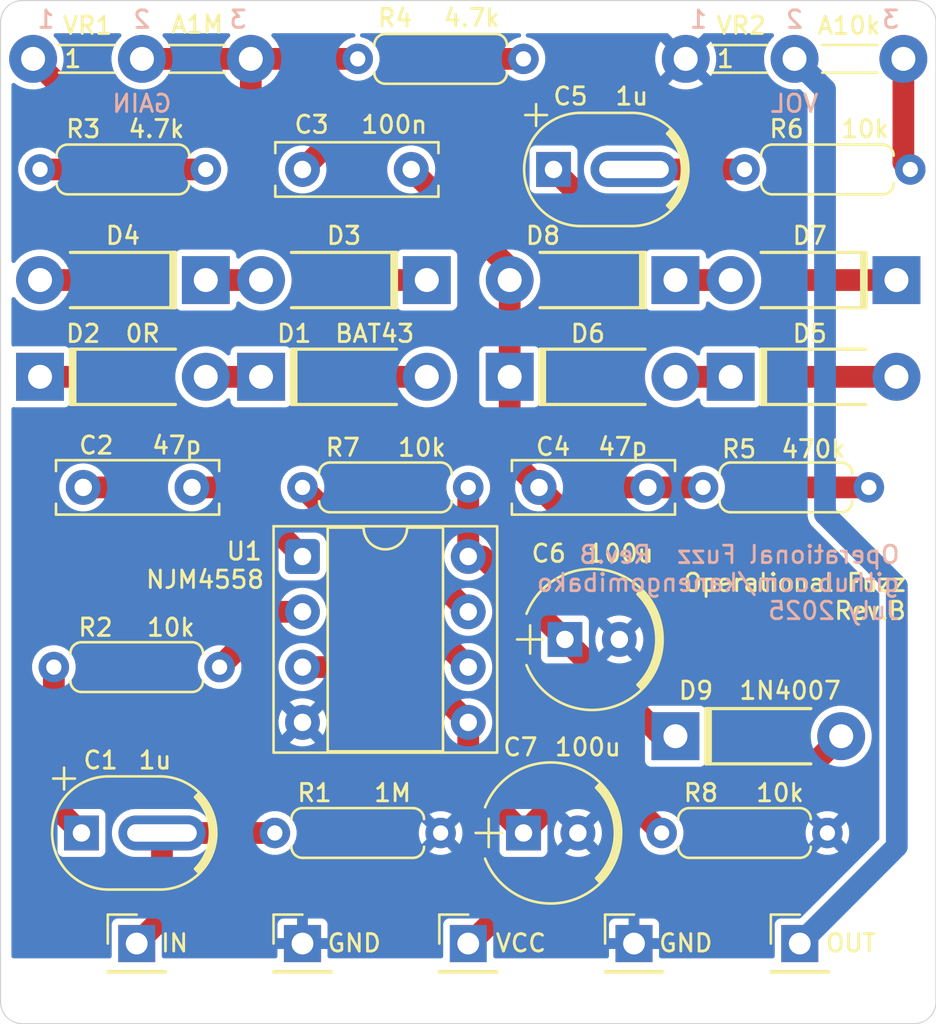
<source format=kicad_pcb>
(kicad_pcb (version 20241229) (generator "pcbnew") (generator_version "9.0")
  (layers (0 "F.Cu" signal) (2 "B.Cu" signal) (13 "F.Paste" user) (15 "B.Paste" user) (5 "F.SilkS" user "F.Silkscreen") (7 "B.SilkS" user "B.Silkscreen") (1 "F.Mask" user) (3 "B.Mask" user) (25 "Edge.Cuts" user))
  (net 0 "")
  (net 1 "Net-(C1-Pad1)")
  (net 2 "Net-(J1-Pin_1)")
  (net 3 "Net-(D1-A)")
  (net 4 "Net-(D1-K)")
  (net 5 "Net-(C3-Pad2)")
  (net 6 "Net-(D2-A)")
  (net 7 "Net-(D6-A)")
  (net 8 "Net-(C5-Pad2)")
  (net 9 "VCC")
  (net 10 "GND")
  (net 11 "Net-(J2-Pin_1)")
  (net 12 "VB")
  (net 13 "Net-(R6-Pad2)")
  (net 14 "Net-(R3-Pad2)")
  (net 15 "Net-(D5-B)")
  (net 16 "Net-(D5-A)")
  (net 17 "Net-(D9-A)")
  (net 18 "Net-(D3-B)")
  (net 19 "Net-(D7-B)")
  (footprint "myFoot:my_R_P7.62mm_Horizontal" (layer "F.Cu") (at -1.27 15.24 180)
    (property "Reference" "R1" (at 4.93 1.84 0) (layer "F.SilkS") (effects (font (size 0.8 0.8) (thickness 0.13)) (justify right)))
    (property "Value" "1M" (at 3.13 1.84 0) (layer "F.SilkS") (effects (font (size 0.8 0.8) (thickness 0.13)) (justify left)))
    (fp_line (start 6.35 1.143) (end 1.27 1.143) (stroke (width 0.12)) (layer "F.SilkS"))
    (fp_line (start 1.27 -1.143) (end 6.35 -1.143) (stroke (width 0.12)) (layer "F.SilkS"))
    (fp_arc (start 6.858 0.635) (mid 6.70921 0.99421) (end 6.35 1.143) (stroke (width 0.12)) (layer "F.SilkS"))
    (fp_arc (start 6.35 -1.143) (mid 6.70921 -0.99421) (end 6.858 -0.635) (stroke (width 0.12)) (layer "F.SilkS"))
    (fp_arc (start 1.27 1.143) (mid 0.91079 0.99421) (end 0.762 0.635) (stroke (width 0.12)) (layer "F.SilkS"))
    (fp_arc (start 0.762 -0.635) (mid 0.91079 -0.99421) (end 1.27 -1.143) (stroke (width 0.12)) (layer "F.SilkS"))
    (pad "1" thru_hole circle (at 0 0 180) (size 1.4 1.4) (drill 0.7) (layers "*.Cu" "*.Mask") (net 10 "GND"))
    (pad "2" thru_hole oval (at 7.62 0 180) (size 1.4 1.4) (drill 0.7) (layers "*.Cu" "*.Mask") (net 2 "Net-(J1-Pin_1)"))
  )
  (footprint "Connector_PinHeader_2.54mm:PinHeader_1x01_P2.54mm_Vertical" (layer "F.Cu") (at -15.24 20.32)
    (property "Reference" "J1" (hide yes))
    (property "Value" "IN" (at 1.74 -0.02 0) (layer "F.SilkS") (effects (font (size 0.8 0.8) (thickness 0.13))))
    (fp_line (start -1.33 -1.33) (end 0 -1.33) (stroke (width 0.12)) (layer "F.SilkS"))
    (fp_line (start -1.33 0) (end -1.33 -1.33) (stroke (width 0.12)) (layer "F.SilkS"))
    (fp_line (start -1.33 1.27) (end -1.33 1.33) (stroke (width 0.12)) (layer "F.SilkS"))
    (fp_line (start -1.33 1.27) (end 1.33 1.27) (stroke (width 0.12)) (layer "F.SilkS"))
    (fp_line (start -1.33 1.33) (end 1.33 1.33) (stroke (width 0.12)) (layer "F.SilkS"))
    (fp_line (start 1.33 1.27) (end 1.33 1.33) (stroke (width 0.12)) (layer "F.SilkS"))
    (pad "1" thru_hole rect (at 0 0) (size 1.7 1.7) (drill 1) (layers "*.Cu" "*.Mask") (net 2 "Net-(J1-Pin_1)"))
  )
  (footprint "myFoot:my_D_P7.62mm" (layer "F.Cu") (at 12.065 -5.715)
    (property "Reference" "D5" (at 3.635 -1.985 0) (layer "F.SilkS") (effects (font (size 0.8 0.8) (thickness 0.13))))
    (property "Value" "x" (hide yes))
    (fp_line (start 1.397 -1.27) (end 1.397 1.27) (stroke (width 0.15)) (layer "F.SilkS"))
    (fp_line (start 1.397 -1.27) (end 6.223 -1.27) (stroke (width 0.15)) (layer "F.SilkS"))
    (fp_line (start 1.5 -1.27) (end 1.5 1.27) (stroke (width 0.15)) (layer "F.SilkS"))
    (fp_line (start 1.6 -1.27) (end 1.6 1.27) (stroke (width 0.15)) (layer "F.SilkS"))
    (fp_line (start 6.223 1.27) (end 1.397 1.27) (stroke (width 0.15)) (layer "F.SilkS"))
    (pad "1" thru_hole rect (at 0 0) (size 2.2 2.2) (drill 1.1) (layers "*.Cu" "*.Mask") (net 16 "Net-(D5-A)"))
    (pad "2" thru_hole oval (at 7.62 0) (size 2.2 2.2) (drill 1.1) (layers "*.Cu" "*.Mask") (net 15 "Net-(D5-B)"))
  )
  (footprint "myFoot:my_C_Rect1_P5.00mm" (layer "F.Cu") (at -17.7 -0.635)
    (property "Reference" "C2" (at 0.6 -1.93 0) (layer "F.SilkS") (effects (font (size 0.8 0.8) (thickness 0.13))))
    (property "Value" "47p" (at 4.3 -1.93 0) (layer "F.SilkS") (effects (font (size 0.8 0.8) (thickness 0.13))))
    (fp_line (start -1.25 -0.75) (end -1.25 -1.25) (stroke (width 0.12)) (layer "F.SilkS"))
    (fp_line (start -1.25 0.75) (end -1.25 1.25) (stroke (width 0.12)) (layer "F.SilkS"))
    (fp_line (start -1.25 1.25) (end 6.25 1.25) (stroke (width 0.12)) (layer "F.SilkS"))
    (fp_line (start 6.25 -1.25) (end -1.25 -1.25) (stroke (width 0.12)) (layer "F.SilkS"))
    (fp_line (start 6.25 -0.75) (end 6.25 -1.25) (stroke (width 0.12)) (layer "F.SilkS"))
    (fp_line (start 6.25 1.25) (end 6.25 0.75) (stroke (width 0.12)) (layer "F.SilkS"))
    (pad "1" thru_hole circle (at 0 0) (size 1.6 1.6) (drill 0.8) (layers "*.Cu" "*.Mask") (net 6 "Net-(D2-A)"))
    (pad "2" thru_hole circle (at 5 0) (size 1.6 1.6) (drill 0.8) (layers "*.Cu" "*.Mask") (net 3 "Net-(D1-A)"))
  )
  (footprint "myFoot:my_C_Rect1_P5.00mm" (layer "F.Cu") (at 8.255 -0.635 180)
    (property "Reference" "C4" (at 4.355 1.865 0) (layer "F.SilkS") (effects (font (size 0.8 0.8) (thickness 0.13))))
    (property "Value" "47p" (at 1.155 1.865 0) (layer "F.SilkS") (effects (font (size 0.8 0.8) (thickness 0.13))))
    (fp_line (start 6.25 1.25) (end 6.25 0.75) (stroke (width 0.12)) (layer "F.SilkS"))
    (fp_line (start 6.25 -0.75) (end 6.25 -1.25) (stroke (width 0.12)) (layer "F.SilkS"))
    (fp_line (start 6.25 -1.25) (end -1.25 -1.25) (stroke (width 0.12)) (layer "F.SilkS"))
    (fp_line (start -1.25 1.25) (end 6.25 1.25) (stroke (width 0.12)) (layer "F.SilkS"))
    (fp_line (start -1.25 0.75) (end -1.25 1.25) (stroke (width 0.12)) (layer "F.SilkS"))
    (fp_line (start -1.25 -0.75) (end -1.25 -1.25) (stroke (width 0.12)) (layer "F.SilkS"))
    (pad "1" thru_hole circle (at 0 0 180) (size 1.6 1.6) (drill 0.8) (layers "*.Cu" "*.Mask") (net 7 "Net-(D6-A)"))
    (pad "2" thru_hole circle (at 5 0 180) (size 1.6 1.6) (drill 0.8) (layers "*.Cu" "*.Mask") (net 15 "Net-(D5-B)"))
  )
  (footprint "Connector_PinHeader_2.54mm:PinHeader_1x01_P2.54mm_Vertical" (layer "F.Cu") (at 7.62 20.32)
    (property "Reference" "J5" (hide yes))
    (property "Value" "GND" (at 2.38 -0.02 0) (layer "F.SilkS") (effects (font (size 0.8 0.8) (thickness 0.13))))
    (fp_line (start -1.33 -1.33) (end 0 -1.33) (stroke (width 0.12)) (layer "F.SilkS"))
    (fp_line (start -1.33 0) (end -1.33 -1.33) (stroke (width 0.12)) (layer "F.SilkS"))
    (fp_line (start -1.33 1.27) (end -1.33 1.33) (stroke (width 0.12)) (layer "F.SilkS"))
    (fp_line (start -1.33 1.27) (end 1.33 1.27) (stroke (width 0.12)) (layer "F.SilkS"))
    (fp_line (start -1.33 1.33) (end 1.33 1.33) (stroke (width 0.12)) (layer "F.SilkS"))
    (fp_line (start 1.33 1.27) (end 1.33 1.33) (stroke (width 0.12)) (layer "F.SilkS"))
    (pad "1" thru_hole rect (at 0 0) (size 1.7 1.7) (drill 1) (layers "*.Cu" "*.Mask") (net 10 "GND"))
  )
  (footprint "myFoot:my_pot_5mm" (layer "F.Cu") (at -15 -20.32)
    (property "Reference" "VR1" (at -2.5 -1.53 0) (layer "F.SilkS") (effects (font (size 0.8 0.8) (thickness 0.13))))
    (property "Value" "A1M" (at 2.54 -1.58 0) (layer "F.SilkS") (effects (font (size 0.8 0.8) (thickness 0.13))))
    (fp_line (start -3.81 -0.635) (end -1.27 -0.635) (stroke (width 0.12)) (layer "F.SilkS"))
    (fp_line (start -3.81 0.635) (end -1.27 0.635) (stroke (width 0.12)) (layer "F.SilkS"))
    (fp_line (start 1.27 -0.635) (end 3.81 -0.635) (stroke (width 0.12)) (layer "F.SilkS"))
    (fp_line (start 1.27 0.635) (end 3.81 0.635) (stroke (width 0.12)) (layer "F.SilkS"))
    (fp_text user "1" (at -3.175 0 0) (layer "F.SilkS") (effects (font (size 0.8 0.8) (thickness 0.13))))
    (pad "1" thru_hole circle (at -5.0038 0) (size 2.2 2.2) (drill 1.1) (layers "*.Cu" "*.Mask") (net 14 "Net-(R3-Pad2)"))
    (pad "2" thru_hole circle (at 0 0) (size 2.2 2.2) (drill 1.1) (layers "*.Cu" "*.Mask") (net 3 "Net-(D1-A)"))
    (pad "3" thru_hole circle (at 5.0038 0) (size 2.2 2.2) (drill 1.1) (layers "*.Cu" "*.Mask") (net 3 "Net-(D1-A)"))
  )
  (footprint "Connector_PinHeader_2.54mm:PinHeader_1x01_P2.54mm_Vertical" (layer "F.Cu") (at 15.24 20.32)
    (property "Reference" "J2" (hide yes))
    (property "Value" "OUT" (at 2.36 -0.02 0) (layer "F.SilkS") (effects (font (size 0.8 0.8) (thickness 0.13))))
    (fp_line (start -1.33 -1.33) (end 0 -1.33) (stroke (width 0.12)) (layer "F.SilkS"))
    (fp_line (start -1.33 0) (end -1.33 -1.33) (stroke (width 0.12)) (layer "F.SilkS"))
    (fp_line (start -1.33 1.27) (end -1.33 1.33) (stroke (width 0.12)) (layer "F.SilkS"))
    (fp_line (start -1.33 1.27) (end 1.33 1.27) (stroke (width 0.12)) (layer "F.SilkS"))
    (fp_line (start -1.33 1.33) (end 1.33 1.33) (stroke (width 0.12)) (layer "F.SilkS"))
    (fp_line (start 1.33 1.27) (end 1.33 1.33) (stroke (width 0.12)) (layer "F.SilkS"))
    (pad "1" thru_hole rect (at 0 0) (size 1.7 1.7) (drill 1) (layers "*.Cu" "*.Mask") (net 11 "Net-(J2-Pin_1)"))
  )
  (footprint "myFoot:my_D_P7.62mm" (layer "F.Cu") (at 9.525 10.795)
    (property "Reference" "D9" (at 0.075 -2.095 0) (layer "F.SilkS") (effects (font (size 0.8 0.8) (thickness 0.13)) (justify left)))
    (property "Value" "1N4007" (at 5.275 -2.095 0) (layer "F.SilkS") (effects (font (size 0.8 0.8) (thickness 0.13))))
    (fp_line (start 1.397 -1.27) (end 1.397 1.27) (stroke (width 0.15)) (layer "F.SilkS"))
    (fp_line (start 1.397 -1.27) (end 6.223 -1.27) (stroke (width 0.15)) (layer "F.SilkS"))
    (fp_line (start 1.5 -1.27) (end 1.5 1.27) (stroke (width 0.15)) (layer "F.SilkS"))
    (fp_line (start 1.6 -1.27) (end 1.6 1.27) (stroke (width 0.15)) (layer "F.SilkS"))
    (fp_line (start 6.223 1.27) (end 1.397 1.27) (stroke (width 0.15)) (layer "F.SilkS"))
    (pad "1" thru_hole rect (at 0 0) (size 2.2 2.2) (drill 1.1) (layers "*.Cu" "*.Mask") (net 9 "VCC"))
    (pad "2" thru_hole oval (at 7.62 0) (size 2.2 2.2) (drill 1.1) (layers "*.Cu" "*.Mask") (net 17 "Net-(D9-A)"))
  )
  (footprint "myFoot:my_R_P7.62mm_Horizontal" (layer "F.Cu") (at 16.51 15.24 180)
    (property "Reference" "R8" (at 4.95 1.84 0) (layer "F.SilkS") (effects (font (size 0.8 0.8) (thickness 0.13)) (justify right)))
    (property "Value" "10k" (at 3.35 1.84 0) (layer "F.SilkS") (effects (font (size 0.8 0.8) (thickness 0.13)) (justify left)))
    (fp_line (start 6.35 1.143) (end 1.27 1.143) (stroke (width 0.12)) (layer "F.SilkS"))
    (fp_line (start 1.27 -1.143) (end 6.35 -1.143) (stroke (width 0.12)) (layer "F.SilkS"))
    (fp_arc (start 6.858 0.635) (mid 6.70921 0.99421) (end 6.35 1.143) (stroke (width 0.12)) (layer "F.SilkS"))
    (fp_arc (start 6.35 -1.143) (mid 6.70921 -0.99421) (end 6.858 -0.635) (stroke (width 0.12)) (layer "F.SilkS"))
    (fp_arc (start 1.27 1.143) (mid 0.91079 0.99421) (end 0.762 0.635) (stroke (width 0.12)) (layer "F.SilkS"))
    (fp_arc (start 0.762 -0.635) (mid 0.91079 -0.99421) (end 1.27 -1.143) (stroke (width 0.12)) (layer "F.SilkS"))
    (pad "1" thru_hole circle (at 0 0 180) (size 1.4 1.4) (drill 0.7) (layers "*.Cu" "*.Mask") (net 10 "GND"))
    (pad "2" thru_hole oval (at 7.62 0 180) (size 1.4 1.4) (drill 0.7) (layers "*.Cu" "*.Mask") (net 12 "VB"))
  )
  (footprint "myFoot:my_C_D5.0mm_P2.50mm" (layer "F.Cu") (at -17.78 15.24)
    (property "Reference" "C1" (at 0.88 -3.34 0) (layer "F.SilkS") (effects (font (size 0.8 0.8) (thickness 0.13))))
    (property "Value" "1u" (at 3.38 -3.34 0) (layer "F.SilkS") (effects (font (size 0.8 0.8) (thickness 0.13))))
    (fp_line (start -1.3 -2.5) (end -0.3 -2.5) (stroke (width 0.12)) (layer "F.SilkS"))
    (fp_line (start -0.8 -3) (end -0.8 -2) (stroke (width 0.12)) (layer "F.SilkS"))
    (fp_line (start 1.25 -2.6) (end 3.6 -2.6) (stroke (width 0.12)) (layer "F.SilkS"))
    (fp_line (start 3.6 2.6) (end 1.25 2.6) (stroke (width 0.12)) (layer "F.SilkS"))
    (fp_arc (start 1.25 2.6) (mid -1.35 0) (end 1.25 -2.6) (stroke (width 0.12)) (layer "F.SilkS"))
    (fp_arc (start 3.6 -2.6) (mid 6.2 0) (end 3.6 2.6) (stroke (width 0.12)) (layer "F.SilkS"))
    (fp_arc (start 5.236528 -1.651) (mid 5.920395 0) (end 5.236528 1.651) (stroke (width 0.15)) (layer "F.SilkS"))
    (fp_arc (start 5.300028 -1.7145) (mid 6.010197 0) (end 5.300028 1.7145) (stroke (width 0.15)) (layer "F.SilkS"))
    (fp_arc (start 5.363528 -1.778) (mid 6.1 0) (end 5.363528 1.778) (stroke (width 0.15)) (layer "F.SilkS"))
    (pad "1" thru_hole rect (at 0 0) (size 1.6 1.6) (drill 0.8) (layers "*.Cu" "*.Mask") (net 1 "Net-(C1-Pad1)"))
    (pad "2" thru_hole oval (at 3.7 0) (size 4 1.6) (drill oval 3.2 0.8) (layers "*.Cu" "*.Mask") (net 2 "Net-(J1-Pin_1)"))
  )
  (footprint "myFoot:my_D_P7.62mm" (layer "F.Cu") (at 9.525 -10.16 180)
    (property "Reference" "D8" (at 6.09 2.04 0) (layer "F.SilkS") (effects (font (size 0.8 0.8) (thickness 0.13))))
    (property "Value" "x" (hide yes))
    (fp_line (start 6.223 1.27) (end 1.397 1.27) (stroke (width 0.15)) (layer "F.SilkS"))
    (fp_line (start 1.6 -1.27) (end 1.6 1.27) (stroke (width 0.15)) (layer "F.SilkS"))
    (fp_line (start 1.5 -1.27) (end 1.5 1.27) (stroke (width 0.15)) (layer "F.SilkS"))
    (fp_line (start 1.397 -1.27) (end 6.223 -1.27) (stroke (width 0.15)) (layer "F.SilkS"))
    (fp_line (start 1.397 -1.27) (end 1.397 1.27) (stroke (width 0.15)) (layer "F.SilkS"))
    (pad "1" thru_hole rect (at 0 0 180) (size 2.2 2.2) (drill 1.1) (layers "*.Cu" "*.Mask") (net 19 "Net-(D7-B)"))
    (pad "2" thru_hole oval (at 7.62 0 180) (size 2.2 2.2) (drill 1.1) (layers "*.Cu" "*.Mask") (net 7 "Net-(D6-A)"))
  )
  (footprint "myFoot:my_D_P7.62mm" (layer "F.Cu") (at 1.905 -5.715)
    (property "Reference" "D6" (at 3.595 -1.985 0) (layer "F.SilkS") (effects (font (size 0.8 0.8) (thickness 0.13))))
    (property "Value" "x" (hide yes))
    (fp_line (start 1.397 -1.27) (end 1.397 1.27) (stroke (width 0.15)) (layer "F.SilkS"))
    (fp_line (start 1.397 -1.27) (end 6.223 -1.27) (stroke (width 0.15)) (layer "F.SilkS"))
    (fp_line (start 1.5 -1.27) (end 1.5 1.27) (stroke (width 0.15)) (layer "F.SilkS"))
    (fp_line (start 1.6 -1.27) (end 1.6 1.27) (stroke (width 0.15)) (layer "F.SilkS"))
    (fp_line (start 6.223 1.27) (end 1.397 1.27) (stroke (width 0.15)) (layer "F.SilkS"))
    (pad "1" thru_hole rect (at 0 0) (size 2.2 2.2) (drill 1.1) (layers "*.Cu" "*.Mask") (net 7 "Net-(D6-A)"))
    (pad "2" thru_hole oval (at 7.62 0) (size 2.2 2.2) (drill 1.1) (layers "*.Cu" "*.Mask") (net 16 "Net-(D5-A)"))
  )
  (footprint "myFoot:my_C_D6.3mm_P2.50mm" (layer "F.Cu") (at 2.54 15.24)
    (property "Reference" "C7" (at -0.14 -3.94 0) (layer "F.SilkS") (effects (font (size 0.8 0.8) (thickness 0.13))))
    (property "Value" "100u" (at 2.96 -3.94 0) (layer "F.SilkS") (effects (font (size 0.8 0.8) (thickness 0.13))))
    (fp_line (start -2.2 0) (end -1 0) (stroke (width 0.12)) (layer "F.SilkS"))
    (fp_line (start -1.6 -0.65) (end -1.6 0.65) (stroke (width 0.12)) (layer "F.SilkS"))
    (fp_arc (start -1.767482 -1.18) (mid 1.250464 -3.24) (end 4.26782 -1.179135) (stroke (width 0.12)) (layer "F.SilkS"))
    (fp_arc (start 3.3528 -2.0828) (mid 4.215524 0) (end 3.3528 2.0828) (stroke (width 0.15)) (layer "F.SilkS"))
    (fp_arc (start 3.4036 -2.1336) (mid 4.287366 0) (end 3.4036 2.1336) (stroke (width 0.15)) (layer "F.SilkS"))
    (fp_arc (start 3.4544 -2.1844) (mid 4.359208 0) (end 3.4544 2.1844) (stroke (width 0.15)) (layer "F.SilkS"))
    (fp_arc (start 3.5052 -2.2352) (mid 4.43105 0) (end 3.5052 2.2352) (stroke (width 0.15)) (layer "F.SilkS"))
    (fp_arc (start 4.267482 -1.18) (mid 4.49 -0.000464) (end 4.26782 1.179135) (stroke (width 0.12)) (layer "F.SilkS"))
    (fp_arc (start 4.26782 1.179135) (mid 1.250464 3.239999) (end -1.767482 1.18) (stroke (width 0.12)) (layer "F.SilkS"))
    (pad "1" thru_hole rect (at 0 0) (size 1.6 1.6) (drill 0.8) (layers "*.Cu" "*.Mask") (net 12 "VB"))
    (pad "2" thru_hole circle (at 2.5 0) (size 1.6 1.6) (drill 0.8) (layers "*.Cu" "*.Mask") (net 10 "GND"))
  )
  (footprint "Connector_PinHeader_2.54mm:PinHeader_1x01_P2.54mm_Vertical" (layer "F.Cu") (at 0 20.32)
    (property "Reference" "J3" (hide yes))
    (property "Value" "VCC" (at 2.42 -0.02 0) (layer "F.SilkS") (effects (font (size 0.8 0.8) (thickness 0.13))))
    (fp_line (start -1.33 -1.33) (end 0 -1.33) (stroke (width 0.12)) (layer "F.SilkS"))
    (fp_line (start -1.33 0) (end -1.33 -1.33) (stroke (width 0.12)) (layer "F.SilkS"))
    (fp_line (start -1.33 1.27) (end -1.33 1.33) (stroke (width 0.12)) (layer "F.SilkS"))
    (fp_line (start -1.33 1.27) (end 1.33 1.27) (stroke (width 0.12)) (layer "F.SilkS"))
    (fp_line (start -1.33 1.33) (end 1.33 1.33) (stroke (width 0.12)) (layer "F.SilkS"))
    (fp_line (start 1.33 1.27) (end 1.33 1.33) (stroke (width 0.12)) (layer "F.SilkS"))
    (pad "1" thru_hole rect (at 0 0) (size 1.7 1.7) (drill 1) (layers "*.Cu" "*.Mask") (net 17 "Net-(D9-A)"))
  )
  (footprint "myFoot:my_D_P7.62mm" (layer "F.Cu") (at -12.065 -10.16 180)
    (property "Reference" "D4" (at 3.81 2.04 0) (layer "F.SilkS") (effects (font (size 0.8 0.8) (thickness 0.13))))
    (property "Value" "x" (hide yes))
    (fp_line (start 6.223 1.27) (end 1.397 1.27) (stroke (width 0.15)) (layer "F.SilkS"))
    (fp_line (start 1.6 -1.27) (end 1.6 1.27) (stroke (width 0.15)) (layer "F.SilkS"))
    (fp_line (start 1.5 -1.27) (end 1.5 1.27) (stroke (width 0.15)) (layer "F.SilkS"))
    (fp_line (start 1.397 -1.27) (end 6.223 -1.27) (stroke (width 0.15)) (layer "F.SilkS"))
    (fp_line (start 1.397 -1.27) (end 1.397 1.27) (stroke (width 0.15)) (layer "F.SilkS"))
    (pad "1" thru_hole rect (at 0 0 180) (size 2.2 2.2) (drill 1.1) (layers "*.Cu" "*.Mask") (net 18 "Net-(D3-B)"))
    (pad "2" thru_hole oval (at 7.62 0 180) (size 2.2 2.2) (drill 1.1) (layers "*.Cu" "*.Mask") (net 6 "Net-(D2-A)"))
  )
  (footprint "myFoot:my_R_P7.62mm_Horizontal" (layer "F.Cu") (at -19.05 7.62)
    (property "Reference" "R2" (at 1.05 -1.82 0) (layer "F.SilkS") (effects (font (size 0.8 0.8) (thickness 0.13)) (justify left)))
    (property "Value" "10k" (at 6.55 -1.82 0) (layer "F.SilkS") (effects (font (size 0.8 0.8) (thickness 0.13)) (justify right)))
    (fp_line (start 1.27 -1.143) (end 6.35 -1.143) (stroke (width 0.12)) (layer "F.SilkS"))
    (fp_line (start 6.35 1.143) (end 1.27 1.143) (stroke (width 0.12)) (layer "F.SilkS"))
    (fp_arc (start 0.762 -0.635) (mid 0.91079 -0.99421) (end 1.27 -1.143) (stroke (width 0.12)) (layer "F.SilkS"))
    (fp_arc (start 1.27 1.143) (mid 0.91079 0.99421) (end 0.762 0.635) (stroke (width 0.12)) (layer "F.SilkS"))
    (fp_arc (start 6.35 -1.143) (mid 6.70921 -0.99421) (end 6.858 -0.635) (stroke (width 0.12)) (layer "F.SilkS"))
    (fp_arc (start 6.858 0.635) (mid 6.70921 0.99421) (end 6.35 1.143) (stroke (width 0.12)) (layer "F.SilkS"))
    (pad "1" thru_hole circle (at 0 0) (size 1.4 1.4) (drill 0.7) (layers "*.Cu" "*.Mask") (net 1 "Net-(C1-Pad1)"))
    (pad "2" thru_hole oval (at 7.62 0) (size 1.4 1.4) (drill 0.7) (layers "*.Cu" "*.Mask") (net 6 "Net-(D2-A)"))
  )
  (footprint "myFoot:my_pot_5mm" (layer "F.Cu") (at 15 -20.32)
    (property "Reference" "VR2" (at -2.45 -1.53 0) (layer "F.SilkS") (effects (font (size 0.8 0.8) (thickness 0.13))))
    (property "Value" "A10k" (at 2.5 -1.53 0) (layer "F.SilkS") (effects (font (size 0.8 0.8) (thickness 0.13))))
    (fp_line (start -3.81 -0.635) (end -1.27 -0.635) (stroke (width 0.12)) (layer "F.SilkS"))
    (fp_line (start -3.81 0.635) (end -1.27 0.635) (stroke (width 0.12)) (layer "F.SilkS"))
    (fp_line (start 1.27 -0.635) (end 3.81 -0.635) (stroke (width 0.12)) (layer "F.SilkS"))
    (fp_line (start 1.27 0.635) (end 3.81 0.635) (stroke (width 0.12)) (layer "F.SilkS"))
    (fp_text user "1" (at -3.175 0 0) (layer "F.SilkS") (effects (font (size 0.8 0.8) (thickness 0.13))))
    (pad "1" thru_hole circle (at -5.0038 0) (size 2.2 2.2) (drill 1.1) (layers "*.Cu" "*.Mask") (net 10 "GND"))
    (pad "2" thru_hole circle (at 0 0) (size 2.2 2.2) (drill 1.1) (layers "*.Cu" "*.Mask") (net 11 "Net-(J2-Pin_1)"))
    (pad "3" thru_hole circle (at 5.0038 0) (size 2.2 2.2) (drill 1.1) (layers "*.Cu" "*.Mask") (net 13 "Net-(R6-Pad2)"))
  )
  (footprint "myFoot:my_R_P7.62mm_Horizontal" (layer "F.Cu") (at -19.685 -15.24)
    (property "Reference" "R3" (at 1.12 -1.86 0) (layer "F.SilkS") (effects (font (size 0.8 0.8) (thickness 0.13)) (justify left)))
    (property "Value" "4.7k" (at 6.70921 -1.86 0) (layer "F.SilkS") (effects (font (size 0.8 0.8) (thickness 0.13)) (justify right)))
    (fp_line (start 1.27 -1.143) (end 6.35 -1.143) (stroke (width 0.12)) (layer "F.SilkS"))
    (fp_line (start 6.35 1.143) (end 1.27 1.143) (stroke (width 0.12)) (layer "F.SilkS"))
    (fp_arc (start 0.762 -0.635) (mid 0.91079 -0.99421) (end 1.27 -1.143) (stroke (width 0.12)) (layer "F.SilkS"))
    (fp_arc (start 1.27 1.143) (mid 0.91079 0.99421) (end 0.762 0.635) (stroke (width 0.12)) (layer "F.SilkS"))
    (fp_arc (start 6.35 -1.143) (mid 6.70921 -0.99421) (end 6.858 -0.635) (stroke (width 0.12)) (layer "F.SilkS"))
    (fp_arc (start 6.858 0.635) (mid 6.70921 0.99421) (end 6.35 1.143) (stroke (width 0.12)) (layer "F.SilkS"))
    (pad "1" thru_hole circle (at 0 0) (size 1.4 1.4) (drill 0.7) (layers "*.Cu" "*.Mask") (net 6 "Net-(D2-A)"))
    (pad "2" thru_hole oval (at 7.62 0) (size 1.4 1.4) (drill 0.7) (layers "*.Cu" "*.Mask") (net 14 "Net-(R3-Pad2)"))
  )
  (footprint "myFoot:my_C_D6.3mm_P2.50mm" (layer "F.Cu") (at 4.445 6.35)
    (property "Reference" "C6" (at -0.745 -3.95 0) (layer "F.SilkS") (effects (font (size 0.8 0.8) (thickness 0.13))))
    (property "Value" "100u" (at 2.555 -3.95 0) (layer "F.SilkS") (effects (font (size 0.8 0.8) (thickness 0.13))))
    (fp_line (start -2.2 0) (end -1 0) (stroke (width 0.12)) (layer "F.SilkS"))
    (fp_line (start -1.6 -0.65) (end -1.6 0.65) (stroke (width 0.12)) (layer "F.SilkS"))
    (fp_arc (start -1.767482 -1.18) (mid 1.250464 -3.24) (end 4.26782 -1.179135) (stroke (width 0.12)) (layer "F.SilkS"))
    (fp_arc (start 3.3528 -2.0828) (mid 4.215524 0) (end 3.3528 2.0828) (stroke (width 0.15)) (layer "F.SilkS"))
    (fp_arc (start 3.4036 -2.1336) (mid 4.287366 0) (end 3.4036 2.1336) (stroke (width 0.15)) (layer "F.SilkS"))
    (fp_arc (start 3.4544 -2.1844) (mid 4.359208 0) (end 3.4544 2.1844) (stroke (width 0.15)) (layer "F.SilkS"))
    (fp_arc (start 3.5052 -2.2352) (mid 4.43105 0) (end 3.5052 2.2352) (stroke (width 0.15)) (layer "F.SilkS"))
    (fp_arc (start 4.267482 -1.18) (mid 4.49 -0.000464) (end 4.26782 1.179135) (stroke (width 0.12)) (layer "F.SilkS"))
    (fp_arc (start 4.26782 1.179135) (mid 1.250464 3.239999) (end -1.767482 1.18) (stroke (width 0.12)) (layer "F.SilkS"))
    (pad "1" thru_hole rect (at 0 0) (size 1.6 1.6) (drill 0.8) (layers "*.Cu" "*.Mask") (net 9 "VCC"))
    (pad "2" thru_hole circle (at 2.5 0) (size 1.6 1.6) (drill 0.8) (layers "*.Cu" "*.Mask") (net 10 "GND"))
  )
  (footprint "myFoot:my_R_P7.62mm_Horizontal" (layer "F.Cu") (at 12.7 -15.24)
    (property "Reference" "R6" (at 2.8 -1.86 0) (layer "F.SilkS") (effects (font (size 0.8 0.8) (thickness 0.13)) (justify right)))
    (property "Value" "10k" (at 6.70921 -1.86 0) (layer "F.SilkS") (effects (font (size 0.8 0.8) (thickness 0.13)) (justify right)))
    (fp_line (start 1.27 -1.143) (end 6.35 -1.143) (stroke (width 0.12)) (layer "F.SilkS"))
    (fp_line (start 6.35 1.143) (end 1.27 1.143) (stroke (width 0.12)) (layer "F.SilkS"))
    (fp_arc (start 0.762 -0.635) (mid 0.91079 -0.99421) (end 1.27 -1.143) (stroke (width 0.12)) (layer "F.SilkS"))
    (fp_arc (start 1.27 1.143) (mid 0.91079 0.99421) (end 0.762 0.635) (stroke (width 0.12)) (layer "F.SilkS"))
    (fp_arc (start 6.35 -1.143) (mid 6.70921 -0.99421) (end 6.858 -0.635) (stroke (width 0.12)) (layer "F.SilkS"))
    (fp_arc (start 6.858 0.635) (mid 6.70921 0.99421) (end 6.35 1.143) (stroke (width 0.12)) (layer "F.SilkS"))
    (pad "1" thru_hole circle (at 0 0) (size 1.4 1.4) (drill 0.7) (layers "*.Cu" "*.Mask") (net 8 "Net-(C5-Pad2)"))
    (pad "2" thru_hole oval (at 7.62 0) (size 1.4 1.4) (drill 0.7) (layers "*.Cu" "*.Mask") (net 13 "Net-(R6-Pad2)"))
  )
  (footprint "myFoot:my_D_P7.62mm" (layer "F.Cu") (at -1.905 -10.16 180)
    (property "Reference" "D3" (at 3.81 2.04 0) (layer "F.SilkS") (effects (font (size 0.8 0.8) (thickness 0.13))))
    (property "Value" "x" (hide yes))
    (fp_line (start 6.223 1.27) (end 1.397 1.27) (stroke (width 0.15)) (layer "F.SilkS"))
    (fp_line (start 1.6 -1.27) (end 1.6 1.27) (stroke (width 0.15)) (layer "F.SilkS"))
    (fp_line (start 1.5 -1.27) (end 1.5 1.27) (stroke (width 0.15)) (layer "F.SilkS"))
    (fp_line (start 1.397 -1.27) (end 6.223 -1.27) (stroke (width 0.15)) (layer "F.SilkS"))
    (fp_line (start 1.397 -1.27) (end 1.397 1.27) (stroke (width 0.15)) (layer "F.SilkS"))
    (pad "1" thru_hole rect (at 0 0 180) (size 2.2 2.2) (drill 1.1) (layers "*.Cu" "*.Mask") (net 3 "Net-(D1-A)"))
    (pad "2" thru_hole oval (at 7.62 0 180) (size 2.2 2.2) (drill 1.1) (layers "*.Cu" "*.Mask") (net 18 "Net-(D3-B)"))
  )
  (footprint "myFoot:my_C_D5.0mm_P2.50mm" (layer "F.Cu") (at 3.92 -15.24)
    (property "Reference" "C5" (at 0.78 -3.36 0) (layer "F.SilkS") (effects (font (size 0.8 0.8) (thickness 0.13))))
    (property "Value" "1u" (at 3.6 -3.36 0) (layer "F.SilkS") (effects (font (size 0.8 0.8) (thickness 0.13))))
    (fp_line (start -1.3 -2.5) (end -0.3 -2.5) (stroke (width 0.12)) (layer "F.SilkS"))
    (fp_line (start -0.8 -3) (end -0.8 -2) (stroke (width 0.12)) (layer "F.SilkS"))
    (fp_line (start 1.25 -2.6) (end 3.6 -2.6) (stroke (width 0.12)) (layer "F.SilkS"))
    (fp_line (start 3.6 2.6) (end 1.25 2.6) (stroke (width 0.12)) (layer "F.SilkS"))
    (fp_arc (start 1.25 2.6) (mid -1.35 0) (end 1.25 -2.6) (stroke (width 0.12)) (layer "F.SilkS"))
    (fp_arc (start 3.6 -2.6) (mid 6.2 0) (end 3.6 2.6) (stroke (width 0.12)) (layer "F.SilkS"))
    (fp_arc (start 5.236528 -1.651) (mid 5.920395 0) (end 5.236528 1.651) (stroke (width 0.15)) (layer "F.SilkS"))
    (fp_arc (start 5.300028 -1.7145) (mid 6.010197 0) (end 5.300028 1.7145) (stroke (width 0.15)) (layer "F.SilkS"))
    (fp_arc (start 5.363528 -1.778) (mid 6.1 0) (end 5.363528 1.778) (stroke (width 0.15)) (layer "F.SilkS"))
    (pad "1" thru_hole rect (at 0 0) (size 1.6 1.6) (drill 0.8) (layers "*.Cu" "*.Mask") (net 15 "Net-(D5-B)"))
    (pad "2" thru_hole oval (at 3.7 0) (size 4 1.6) (drill oval 3.2 0.8) (layers "*.Cu" "*.Mask") (net 8 "Net-(C5-Pad2)"))
  )
  (footprint "myFoot:my_R_P7.62mm_Horizontal" (layer "F.Cu") (at 0 -0.635 180)
    (property "Reference" "R7" (at 4.9 1.83 0) (layer "F.SilkS") (effects (font (size 0.8 0.8) (thickness 0.13)) (justify right)))
    (property "Value" "10k" (at 3.3 1.83 0) (layer "F.SilkS") (effects (font (size 0.8 0.8) (thickness 0.13)) (justify left)))
    (fp_line (start 6.35 1.143) (end 1.27 1.143) (stroke (width 0.12)) (layer "F.SilkS"))
    (fp_line (start 1.27 -1.143) (end 6.35 -1.143) (stroke (width 0.12)) (layer "F.SilkS"))
    (fp_arc (start 6.858 0.635) (mid 6.70921 0.99421) (end 6.35 1.143) (stroke (width 0.12)) (layer "F.SilkS"))
    (fp_arc (start 6.35 -1.143) (mid 6.70921 -0.99421) (end 6.858 -0.635) (stroke (width 0.12)) (layer "F.SilkS"))
    (fp_arc (start 1.27 1.143) (mid 0.91079 0.99421) (end 0.762 0.635) (stroke (width 0.12)) (layer "F.SilkS"))
    (fp_arc (start 0.762 -0.635) (mid 0.91079 -0.99421) (end 1.27 -1.143) (stroke (width 0.12)) (layer "F.SilkS"))
    (pad "1" thru_hole circle (at 0 0 180) (size 1.4 1.4) (drill 0.7) (layers "*.Cu" "*.Mask") (net 9 "VCC"))
    (pad "2" thru_hole oval (at 7.62 0 180) (size 1.4 1.4) (drill 0.7) (layers "*.Cu" "*.Mask") (net 12 "VB"))
  )
  (footprint "myFoot:my_D_P7.62mm" (layer "F.Cu") (at -19.685 -5.715)
    (property "Reference" "D2" (at 1.985 -1.985 0) (layer "F.SilkS") (effects (font (size 0.8 0.8) (thickness 0.13))))
    (property "Value" "0R" (at 4.72 -1.985 0) (layer "F.SilkS") (effects (font (size 0.8 0.8) (thickness 0.13))))
    (fp_line (start 1.397 -1.27) (end 1.397 1.27) (stroke (width 0.15)) (layer "F.SilkS"))
    (fp_line (start 1.397 -1.27) (end 6.223 -1.27) (stroke (width 0.15)) (layer "F.SilkS"))
    (fp_line (start 1.5 -1.27) (end 1.5 1.27) (stroke (width 0.15)) (layer "F.SilkS"))
    (fp_line (start 1.6 -1.27) (end 1.6 1.27) (stroke (width 0.15)) (layer "F.SilkS"))
    (fp_line (start 6.223 1.27) (end 1.397 1.27) (stroke (width 0.15)) (layer "F.SilkS"))
    (pad "1" thru_hole rect (at 0 0) (size 2.2 2.2) (drill 1.1) (layers "*.Cu" "*.Mask") (net 6 "Net-(D2-A)"))
    (pad "2" thru_hole oval (at 7.62 0) (size 2.2 2.2) (drill 1.1) (layers "*.Cu" "*.Mask") (net 4 "Net-(D1-K)"))
  )
  (footprint "myFoot:my_R_P7.62mm_Horizontal" (layer "F.Cu") (at 18.415 -0.635 180)
    (property "Reference" "R5" (at 5.1 1.76 0) (layer "F.SilkS") (effects (font (size 0.8 0.8) (thickness 0.13)) (justify right)))
    (property "Value" "470k" (at 4.1 1.76 0) (layer "F.SilkS") (effects (font (size 0.8 0.8) (thickness 0.13)) (justify left)))
    (fp_line (start 6.35 1.143) (end 1.27 1.143) (stroke (width 0.12)) (layer "F.SilkS"))
    (fp_line (start 1.27 -1.143) (end 6.35 -1.143) (stroke (width 0.12)) (layer "F.SilkS"))
    (fp_arc (start 6.858 0.635) (mid 6.70921 0.99421) (end 6.35 1.143) (stroke (width 0.12)) (layer "F.SilkS"))
    (fp_arc (start 6.35 -1.143) (mid 6.70921 -0.99421) (end 6.858 -0.635) (stroke (width 0.12)) (layer "F.SilkS"))
    (fp_arc (start 1.27 1.143) (mid 0.91079 0.99421) (end 0.762 0.635) (stroke (width 0.12)) (layer "F.SilkS"))
    (fp_arc (start 0.762 -0.635) (mid 0.91079 -0.99421) (end 1.27 -1.143) (stroke (width 0.12)) (layer "F.SilkS"))
    (pad "1" thru_hole circle (at 0 0 180) (size 1.4 1.4) (drill 0.7) (layers "*.Cu" "*.Mask") (net 15 "Net-(D5-B)"))
    (pad "2" thru_hole oval (at 7.62 0 180) (size 1.4 1.4) (drill 0.7) (layers "*.Cu" "*.Mask") (net 7 "Net-(D6-A)"))
  )
  (footprint "myFoot:my_D_P7.62mm" (layer "F.Cu") (at -9.525 -5.715)
    (property "Reference" "D1" (at 1.525 -1.985 0) (layer "F.SilkS") (effects (font (size 0.8 0.8) (thickness 0.13))))
    (property "Value" "BAT43" (at 5.225 -1.985 0) (layer "F.SilkS") (effects (font (size 0.8 0.8) (thickness 0.13))))
    (fp_line (start 1.397 -1.27) (end 1.397 1.27) (stroke (width 0.15)) (layer "F.SilkS"))
    (fp_line (start 1.397 -1.27) (end 6.223 -1.27) (stroke (width 0.15)) (layer "F.SilkS"))
    (fp_line (start 1.5 -1.27) (end 1.5 1.27) (stroke (width 0.15)) (layer "F.SilkS"))
    (fp_line (start 1.6 -1.27) (end 1.6 1.27) (stroke (width 0.15)) (layer "F.SilkS"))
    (fp_line (start 6.223 1.27) (end 1.397 1.27) (stroke (width 0.15)) (layer "F.SilkS"))
    (pad "1" thru_hole rect (at 0 0) (size 2.2 2.2) (drill 1.1) (layers "*.Cu" "*.Mask") (net 4 "Net-(D1-K)"))
    (pad "2" thru_hole oval (at 7.62 0) (size 2.2 2.2) (drill 1.1) (layers "*.Cu" "*.Mask") (net 3 "Net-(D1-A)"))
  )
  (footprint "myFoot:my_R_P7.62mm_Horizontal" (layer "F.Cu") (at 2.54 -20.32 180)
    (property "Reference" "R4" (at 5.04 1.88 0) (layer "F.SilkS") (effects (font (size 0.8 0.8) (thickness 0.13)) (justify right)))
    (property "Value" "4.7k" (at 3.74 1.88 0) (layer "F.SilkS") (effects (font (size 0.8 0.8) (thickness 0.13)) (justify left)))
    (fp_line (start 6.35 1.143) (end 1.27 1.143) (stroke (width 0.12)) (layer "F.SilkS"))
    (fp_line (start 1.27 -1.143) (end 6.35 -1.143) (stroke (width 0.12)) (layer "F.SilkS"))
    (fp_arc (start 6.858 0.635) (mid 6.70921 0.99421) (end 6.35 1.143) (stroke (width 0.12)) (layer "F.SilkS"))
    (fp_arc (start 6.35 -1.143) (mid 6.70921 -0.99421) (end 6.858 -0.635) (stroke (width 0.12)) (layer "F.SilkS"))
    (fp_arc (start 1.27 1.143) (mid 0.91079 0.99421) (end 0.762 0.635) (stroke (width 0.12)) (layer "F.SilkS"))
    (fp_arc (start 0.762 -0.635) (mid 0.91079 -0.99421) (end 1.27 -1.143) (stroke (width 0.12)) (layer "F.SilkS"))
    (pad "1" thru_hole circle (at 0 0 180) (size 1.4 1.4) (drill 0.7) (layers "*.Cu" "*.Mask") (net 5 "Net-(C3-Pad2)"))
    (pad "2" thru_hole oval (at 7.62 0 180) (size 1.4 1.4) (drill 0.7) (layers "*.Cu" "*.Mask") (net 3 "Net-(D1-A)"))
  )
  (footprint "Package_DIP:DIP-8_W7.62mm_Socket" (layer "F.Cu") (at -7.62 2.54)
    (property "Reference" "U1" (at -2.68 -0.24 0) (layer "F.SilkS") (effects (font (size 0.8 0.8) (thickness 0.13))))
    (property "Value" "NJM4558" (at -4.48 1.06 0) (layer "F.SilkS") (effects (font (size 0.8 0.8) (thickness 0.13))))
    (fp_line (start 1.16 -1.33) (end 1.16 8.95) (stroke (width 0.12)) (layer "F.SilkS"))
    (fp_line (start 1.16 8.95) (end 6.46 8.95) (stroke (width 0.12)) (layer "F.SilkS"))
    (fp_line (start 2.81 -1.33) (end 1.16 -1.33) (stroke (width 0.12)) (layer "F.SilkS"))
    (fp_line (start 6.46 -1.33) (end 4.81 -1.33) (stroke (width 0.12)) (layer "F.SilkS"))
    (fp_line (start 6.46 8.95) (end 6.46 -1.33) (stroke (width 0.12)) (layer "F.SilkS"))
    (fp_rect (start -1.33 -1.39) (end 8.95 9.01) (stroke (width 0.12)) (fill no) (layer "F.SilkS"))
    (fp_arc (start 4.81 -1.33) (mid 3.81 -0.33) (end 2.81 -1.33) (stroke (width 0.12)) (layer "F.SilkS"))
    (pad "1" thru_hole roundrect (at 0 0) (size 1.6 1.6) (drill 0.8) (layers "*.Cu" "*.Mask") (roundrect_rratio 0.15625) (net 3 "Net-(D1-A)"))
    (pad "2" thru_hole circle (at 0 2.54) (size 1.6 1.6) (drill 0.8) (layers "*.Cu" "*.Mask") (net 6 "Net-(D2-A)"))
    (pad "3" thru_hole circle (at 0 5.08) (size 1.6 1.6) (drill 0.8) (layers "*.Cu" "*.Mask") (net 12 "VB"))
    (pad "4" thru_hole circle (at 0 7.62) (size 1.6 1.6) (drill 0.8) (layers "*.Cu" "*.Mask") (net 10 "GND"))
    (pad "5" thru_hole circle (at 7.62 7.62) (size 1.6 1.6) (drill 0.8) (layers "*.Cu" "*.Mask") (net 12 "VB"))
    (pad "6" thru_hole circle (at 7.62 5.08) (size 1.6 1.6) (drill 0.8) (layers "*.Cu" "*.Mask") (net 7 "Net-(D6-A)"))
    (pad "7" thru_hole circle (at 7.62 2.54) (size 1.6 1.6) (drill 0.8) (layers "*.Cu" "*.Mask") (net 15 "Net-(D5-B)"))
    (pad "8" thru_hole circle (at 7.62 0) (size 1.6 1.6) (drill 0.8) (layers "*.Cu" "*.Mask") (net 9 "VCC"))
  )
  (footprint "myFoot:my_C_Rect1_P5.00mm" (layer "F.Cu") (at -2.62 -15.24 180)
    (property "Reference" "C3" (at 4.58 2.06 0) (layer "F.SilkS") (effects (font (size 0.8 0.8) (thickness 0.13))))
    (property "Value" "100n" (at 0.78 2.06 0) (layer "F.SilkS") (effects (font (size 0.8 0.8) (thickness 0.13))))
    (fp_line (start 6.25 1.25) (end 6.25 0.75) (stroke (width 0.12)) (layer "F.SilkS"))
    (fp_line (start 6.25 -0.75) (end 6.25 -1.25) (stroke (width 0.12)) (layer "F.SilkS"))
    (fp_line (start 6.25 -1.25) (end -1.25 -1.25) (stroke (width 0.12)) (layer "F.SilkS"))
    (fp_line (start -1.25 1.25) (end 6.25 1.25) (stroke (width 0.12)) (layer "F.SilkS"))
    (fp_line (start -1.25 0.75) (end -1.25 1.25) (stroke (width 0.12)) (layer "F.SilkS"))
    (fp_line (start -1.25 -0.75) (end -1.25 -1.25) (stroke (width 0.12)) (layer "F.SilkS"))
    (pad "1" thru_hole circle (at 0 0 180) (size 1.6 1.6) (drill 0.8) (layers "*.Cu" "*.Mask") (net 7 "Net-(D6-A)"))
    (pad "2" thru_hole circle (at 5 0 180) (size 1.6 1.6) (drill 0.8) (layers "*.Cu" "*.Mask") (net 5 "Net-(C3-Pad2)"))
  )
  (footprint "myFoot:my_D_P7.62mm" (layer "F.Cu") (at 19.685 -10.16 180)
    (property "Reference" "D7" (at 3.985 2.04 0) (layer "F.SilkS") (effects (font (size 0.8 0.8) (thickness 0.13))))
    (property "Value" "x" (hide yes))
    (fp_line (start 6.223 1.27) (end 1.397 1.27) (stroke (width 0.15)) (layer "F.SilkS"))
    (fp_line (start 1.6 -1.27) (end 1.6 1.27) (stroke (width 0.15)) (layer "F.SilkS"))
    (fp_line (start 1.5 -1.27) (end 1.5 1.27) (stroke (width 0.15)) (layer "F.SilkS"))
    (fp_line (start 1.397 -1.27) (end 6.223 -1.27) (stroke (width 0.15)) (layer "F.SilkS"))
    (fp_line (start 1.397 -1.27) (end 1.397 1.27) (stroke (width 0.15)) (layer "F.SilkS"))
    (pad "1" thru_hole rect (at 0 0 180) (size 2.2 2.2) (drill 1.1) (layers "*.Cu" "*.Mask") (net 15 "Net-(D5-B)"))
    (pad "2" thru_hole oval (at 7.62 0 180) (size 2.2 2.2) (drill 1.1) (layers "*.Cu" "*.Mask") (net 19 "Net-(D7-B)"))
  )
  (footprint "Connector_PinHeader_2.54mm:PinHeader_1x01_P2.54mm_Vertical" (layer "F.Cu") (at -7.62 20.32)
    (property "Reference" "J4" (hide yes))
    (property "Value" "GND" (at 2.38 -0.02 0) (layer "F.SilkS") (effects (font (size 0.8 0.8) (thickness 0.13))))
    (fp_line (start -1.33 -1.33) (end 0 -1.33) (stroke (width 0.12)) (layer "F.SilkS"))
    (fp_line (start -1.33 0) (end -1.33 -1.33) (stroke (width 0.12)) (layer "F.SilkS"))
    (fp_line (start -1.33 1.27) (end -1.33 1.33) (stroke (width 0.12)) (layer "F.SilkS"))
    (fp_line (start -1.33 1.27) (end 1.33 1.27) (stroke (width 0.12)) (layer "F.SilkS"))
    (fp_line (start -1.33 1.33) (end 1.33 1.33) (stroke (width 0.12)) (layer "F.SilkS"))
    (fp_line (start 1.33 1.27) (end 1.33 1.33) (stroke (width 0.12)) (layer "F.SilkS"))
    (pad "1" thru_hole rect (at 0 0) (size 1.7 1.7) (drill 1) (layers "*.Cu" "*.Mask") (net 10 "GND"))
  )
  (gr_line (start 21.5 -22) (end 21.5 -15) (stroke (width 0.05)) (layer "Edge.Cuts"))
  (gr_line (start 20.5 24) (end -20.5 24) (stroke (width 0.05)) (layer "Edge.Cuts"))
  (gr_line (start -21.499999 -22) (end -21.499999 -15) (stroke (width 0.05)) (layer "Edge.Cuts"))
  (gr_line (start -20.5 -23) (end 20.5 -23) (stroke (width 0.05)) (layer "Edge.Cuts"))
  (gr_line (start 21.5 -15) (end 21.5 23) (stroke (width 0.05)) (layer "Edge.Cuts"))
  (gr_arc (start -21.5 -22) (mid -21.207107 -22.707107) (end -20.5 -23) (stroke (width 0.05)) (layer "Edge.Cuts"))
  (gr_line (start -21.5 23.000001) (end -21.5 -15) (stroke (width 0.05)) (layer "Edge.Cuts"))
  (gr_arc (start -20.5 24) (mid -21.207107 23.707107) (end -21.5 23) (stroke (width 0.05)) (layer "Edge.Cuts"))
  (gr_arc (start 21.5 23) (mid 21.207107 23.707107) (end 20.5 24) (stroke (width 0.05)) (layer "Edge.Cuts"))
  (gr_arc (start 20.5 -23) (mid 21.207107 -22.707107) (end 21.5 -22) (stroke (width 0.05)) (layer "Edge.Cuts"))
  (gr_text "Operational Fuzz\nRev.B" (at 20.2 5.5 0) (layer "F.SilkS") (effects (font (size 0.8 0.8) (thickness 0.13)) (justify right bottom)))
  (gr_text "3      2      1\n\n\nVOL" (at 15 -17.8 0) (layer "B.SilkS") (effects (font (size 0.8 0.8) (thickness 0.13)) (justify bottom mirror)))
  (gr_text "Operational Fuzz  Rev.B\ngithub.com/kanengomibako\nJuly 2025" (at 19.9 5.5 0) (layer "B.SilkS") (effects (font (size 0.8 0.8) (thickness 0.13)) (justify left bottom mirror)))
  (gr_text "3      2      1\n\n\nGAIN" (at -15 -17.8 0) (layer "B.SilkS") (effects (font (size 0.8 0.8) (thickness 0.13)) (justify bottom mirror)))
  (segment (start -19.05 13.97) (end -17.78 15.24) (width 1) (layer "F.Cu") (net 1))
  (segment (start -19.05 7.62) (end -19.05 13.97) (width 1) (layer "F.Cu") (net 1))
  (segment (start -14.08 15.24) (end -8.89 15.24) (width 1) (layer "F.Cu") (net 2))
  (segment (start -14.08 15.24) (end -14.08 19.16) (width 1) (layer "F.Cu") (net 2))
  (segment (start -14.08 19.16) (end -15.24 20.32) (width 1) (layer "F.Cu") (net 2))
  (segment (start -9.9962 -20.32) (end -5.08 -20.32) (width 1) (layer "F.Cu") (net 3))
  (segment (start -9.5 0.66) (end -7.62 2.54) (width 1) (layer "F.Cu") (net 3))
  (segment (start -7.1 -4.2) (end -9.5 -1.8) (width 1) (layer "F.Cu") (net 3))
  (segment (start -7.085 -5.715) (end -7.1 -5.7) (width 1) (layer "F.Cu") (net 3))
  (segment (start -9.5 -1.8) (end -9.5 -0.5) (width 1) (layer "F.Cu") (net 3))
  (segment (start -1.905 -10.16) (end -7.06 -10.16) (width 1) (layer "F.Cu") (net 3))
  (segment (start -9.9962 -20.32) (end -9.9962 -14.0962) (width 1) (layer "F.Cu") (net 3))
  (segment (start -7.1 -5.7) (end -7.1 -4.2) (width 1) (layer "F.Cu") (net 3))
  (segment (start -15 -20.32) (end -9.9962 -20.32) (width 1) (layer "F.Cu") (net 3))
  (segment (start -9.635 -0.635) (end -9.5 -0.5) (width 1) (layer "F.Cu") (net 3))
  (segment (start -12.7 -0.635) (end -9.635 -0.635) (width 1) (layer "F.Cu") (net 3))
  (segment (start -1.905 -5.715) (end -7.085 -5.715) (width 1) (layer "F.Cu") (net 3))
  (segment (start -9.9962 -14.0962) (end -7.1 -11.2) (width 1) (layer "F.Cu") (net 3))
  (segment (start -9.5 -0.5) (end -9.5 0.66) (width 1) (layer "F.Cu") (net 3))
  (segment (start -7.1 -10.2) (end -7.1 -5.7) (width 1) (layer "F.Cu") (net 3))
  (segment (start -7.06 -10.16) (end -7.1 -10.2) (width 1) (layer "F.Cu") (net 3))
  (segment (start -7.1 -11.2) (end -7.1 -10.2) (width 1) (layer "F.Cu") (net 3))
  (segment (start -12.065 -5.715) (end -9.525 -5.715) (width 1) (layer "F.Cu") (net 4))
  (segment (start -7.62 -15.24) (end -2.54 -20.32) (width 1) (layer "F.Cu") (net 5))
  (segment (start -2.54 -20.32) (end 2.54 -20.32) (width 1) (layer "F.Cu") (net 5))
  (segment (start -14.4 0.2) (end -9.52 5.08) (width 1) (layer "F.Cu") (net 6))
  (segment (start -11.43 7.62) (end -9.52 5.71) (width 1) (layer "F.Cu") (net 6))
  (segment (start -9.52 5.08) (end -7.62 5.08) (width 1) (layer "F.Cu") (net 6))
  (segment (start -9.52 5.71) (end -9.52 5.08) (width 1) (layer "F.Cu") (net 6))
  (segment (start -14.4 -5.7) (end -14.4 -1.1) (width 1) (layer "F.Cu") (net 6))
  (segment (start -14.865 -0.635) (end -14.4 -1.1) (width 1) (layer "F.Cu") (net 6))
  (segment (start -19.685 -5.715) (end -14.415 -5.715) (width 1) (layer "F.Cu") (net 6))
  (segment (start -14.56 -10.16) (end -14.4 -10) (width 1) (layer "F.Cu") (net 6))
  (segment (start -17.7 -0.635) (end -14.865 -0.635) (width 1) (layer "F.Cu") (net 6))
  (segment (start -14.4 -11.7) (end -14.4 -10) (width 1) (layer "F.Cu") (net 6))
  (segment (start -19.685 -10.16) (end -14.56 -10.16) (width 1) (layer "F.Cu") (net 6))
  (segment (start -17.94 -15.24) (end -14.4 -11.7) (width 1) (layer "F.Cu") (net 6))
  (segment (start -14.4 -10) (end -14.4 -5.7) (width 1) (layer "F.Cu") (net 6))
  (segment (start -14.4 -1.1) (end -14.4 0.2) (width 1) (layer "F.Cu") (net 6))
  (segment (start -19.685 -15.24) (end -17.94 -15.24) (width 1) (layer "F.Cu") (net 6))
  (segment (start -14.415 -5.715) (end -14.4 -5.7) (width 1) (layer "F.Cu") (net 6))
  (segment (start 1.8 -3.8) (end -1.2 -3.8) (width 1) (layer "F.Cu") (net 7))
  (segment (start 10.795 -0.635) (end 8.255 -0.635) (width 1) (layer "F.Cu") (net 7))
  (segment (start 8.255 -0.635) (end 6.465 -0.635) (width 1) (layer "F.Cu") (net 7))
  (segment (start -1.2 -3.8) (end -3.2 -1.8) (width 1) (layer "F.Cu") (net 7))
  (segment (start 1.905 -5.715) (end 1.905 -3.905) (width 1) (layer "F.Cu") (net 7))
  (segment (start 6.465 -0.635) (end 3.3 -3.8) (width 1) (layer "F.Cu") (net 7))
  (segment (start 1.905 -10.715) (end -2.62 -15.24) (width 1) (layer "F.Cu") (net 7))
  (segment (start 1.905 -3.905) (end 1.8 -3.8) (width 1) (layer "F.Cu") (net 7))
  (segment (start 1.905 -10.16) (end 1.905 -10.715) (width 1) (layer "F.Cu") (net 7))
  (segment (start -3.2 -1.8) (end -3.2 4.42) (width 1) (layer "F.Cu") (net 7))
  (segment (start -3.2 4.42) (end 0 7.62) (width 1) (layer "F.Cu") (net 7))
  (segment (start 3.3 -3.8) (end 1.8 -3.8) (width 1) (layer "F.Cu") (net 7))
  (segment (start 1.905 -10.16) (end 1.905 -5.715) (width 1) (layer "F.Cu") (net 7))
  (segment (start 7.62 -15.24) (end 12.7 -15.24) (width 1) (layer "F.Cu") (net 8))
  (segment (start 0.635 2.54) (end 4.445 6.35) (width 1) (layer "F.Cu") (net 9))
  (segment (start 9.525 10.795) (end 8.89 10.795) (width 1) (layer "F.Cu") (net 9))
  (segment (start 0 -0.635) (end 0 2.54) (width 1) (layer "F.Cu") (net 9))
  (segment (start 0 2.54) (end 0.635 2.54) (width 1) (layer "F.Cu") (net 9))
  (segment (start 8.89 10.795) (end 4.445 6.35) (width 1) (layer "F.Cu") (net 9))
  (segment (start 16.4 0.6) (end 19.7 3.9) (width 1) (layer "B.Cu") (net 11))
  (segment (start 19.7 3.9) (end 19.7 15.86) (width 1) (layer "B.Cu") (net 11))
  (segment (start 19.7 15.86) (end 15.24 20.32) (width 1) (layer "B.Cu") (net 11))
  (segment (start 16.4 -18.92) (end 16.4 0.6) (width 1) (layer "B.Cu") (net 11))
  (segment (start 15 -20.32) (end 16.4 -18.92) (width 1) (layer "B.Cu") (net 11))
  (segment (start -5.8 7.62) (end -2.54 7.62) (width 1) (layer "F.Cu") (net 12))
  (segment (start -2.54 7.62) (end 0 10.16) (width 1) (layer "F.Cu") (net 12))
  (segment (start 8.89 15.24) (end 6.85 13.2) (width 1) (layer "F.Cu") (net 12))
  (segment (start 4.58 13.2) (end 2.54 15.24) (width 1) (layer "F.Cu") (net 12))
  (segment (start 6.85 13.2) (end 4.58 13.2) (width 1) (layer "F.Cu") (net 12))
  (segment (start -7.62 7.62) (end -5.8 7.62) (width 1) (layer "F.Cu") (net 12))
  (segment (start -7.62 -0.635) (end -5.8 1.185) (width 1) (layer "F.Cu") (net 12))
  (segment (start -5.8 1.185) (end -5.8 7.62) (width 1) (layer "F.Cu") (net 12))
  (segment (start 0 10.16) (end 0 12.7) (width 1) (layer "F.Cu") (net 12))
  (segment (start 0 12.7) (end 2.54 15.24) (width 1) (layer "F.Cu") (net 12))
  (segment (start 20.0038 -15.5562) (end 20.32 -15.24) (width 1) (layer "F.Cu") (net 13))
  (segment (start 20.0038 -20.32) (end 20.0038 -15.5562) (width 1) (layer "F.Cu") (net 13))
  (segment (start -20.0038 -20.32) (end -14.9238 -15.24) (width 1) (layer "F.Cu") (net 14))
  (segment (start -14.9238 -15.24) (end -12.065 -15.24) (width 1) (layer "F.Cu") (net 14))
  (segment (start 0 5.08) (end -1.7 3.38) (width 1) (layer "F.Cu") (net 15))
  (segment (start 14.615 -5.715) (end 14.3 -5.4) (width 1) (layer "F.Cu") (net 15))
  (segment (start -1.7 3.38) (end -1.7 -1.2) (width 1) (layer "F.Cu") (net 15))
  (segment (start 6.16 -13) (end 13 -13) (width 1) (layer "F.Cu") (net 15))
  (segment (start 14.965 -0.635) (end 14.3 -1.3) (width 1) (layer "F.Cu") (net 15))
  (segment (start 5.19 1.3) (end 3.255 -0.635) (width 1) (layer "F.Cu") (net 15))
  (segment (start 18.415 -0.635) (end 14.965 -0.635) (width 1) (layer "F.Cu") (net 15))
  (segment (start 14.34 -10.16) (end 14.3 -10.2) (width 1) (layer "F.Cu") (net 15))
  (segment (start 14.3 -11.7) (end 14.3 -10.2) (width 1) (layer "F.Cu") (net 15))
  (segment (start 19.685 -5.715) (end 14.615 -5.715) (width 1) (layer "F.Cu") (net 15))
  (segment (start 1.69 -2.2) (end 3.255 -0.635) (width 1) (layer "F.Cu") (net 15))
  (segment (start 13 -13) (end 14.3 -11.7) (width 1) (layer "F.Cu") (net 15))
  (segment (start 3.92 -15.24) (end 6.16 -13) (width 1) (layer "F.Cu") (net 15))
  (segment (start 19.685 -10.16) (end 14.34 -10.16) (width 1) (layer "F.Cu") (net 15))
  (segment (start 11.7 1.3) (end 5.19 1.3) (width 1) (layer "F.Cu") (net 15))
  (segment (start -1.7 -1.2) (end -0.7 -2.2) (width 1) (layer "F.Cu") (net 15))
  (segment (start 14.3 -10.2) (end 14.3 -5.4) (width 1) (layer "F.Cu") (net 15))
  (segment (start 14.3 -1.3) (end 11.7 1.3) (width 1) (layer "F.Cu") (net 15))
  (segment (start -0.7 -2.2) (end 1.69 -2.2) (width 1) (layer "F.Cu") (net 15))
  (segment (start 14.3 -5.4) (end 14.3 -1.3) (width 1) (layer "F.Cu") (net 15))
  (segment (start 9.525 -5.715) (end 12.065 -5.715) (width 1) (layer "F.Cu") (net 16))
  (segment (start 2.8 17.6) (end 0.08 20.32) (width 1) (layer "F.Cu") (net 17))
  (segment (start 10.34 17.6) (end 2.8 17.6) (width 1) (layer "F.Cu") (net 17))
  (segment (start 17.145 10.795) (end 10.34 17.6) (width 1) (layer "F.Cu") (net 17))
  (segment (start 0.08 20.32) (end 0 20.32) (width 1) (layer "F.Cu") (net 17))
  (segment (start -9.525 -10.16) (end -12.065 -10.16) (width 1) (layer "F.Cu") (net 18))
  (segment (start 9.525 -10.16) (end 12.065 -10.16) (width 1) (layer "F.Cu") (net 19))
  (zone (net 10) (net_name "GND") (layer "B.Cu") (connect_pads (clearance 0.3)) (min_thickness 0.2) (fill yes (thermal_gap 0.3) (thermal_bridge_width 0.5))
    (polygon (pts (xy -21 -21.5) (xy -21 21) (xy 21 21) (xy 21 -21.5)))
  )
)
</source>
